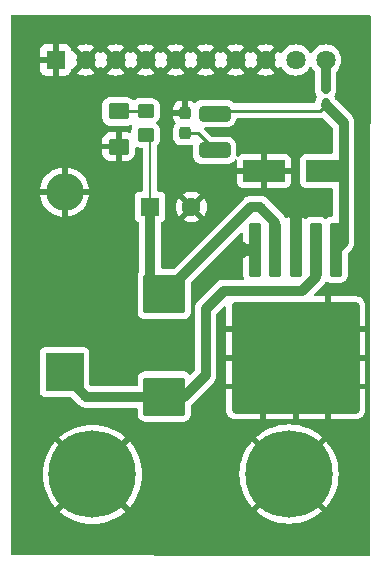
<source format=gbr>
%TF.GenerationSoftware,KiCad,Pcbnew,8.0.7*%
%TF.CreationDate,2025-03-17T18:49:10-07:00*%
%TF.ProjectId,Buck5,4275636b-352e-46b6-9963-61645f706362,rev?*%
%TF.SameCoordinates,Original*%
%TF.FileFunction,Copper,L1,Top*%
%TF.FilePolarity,Positive*%
%FSLAX46Y46*%
G04 Gerber Fmt 4.6, Leading zero omitted, Abs format (unit mm)*
G04 Created by KiCad (PCBNEW 8.0.7) date 2025-03-17 18:49:10*
%MOMM*%
%LPD*%
G01*
G04 APERTURE LIST*
G04 Aperture macros list*
%AMRoundRect*
0 Rectangle with rounded corners*
0 $1 Rounding radius*
0 $2 $3 $4 $5 $6 $7 $8 $9 X,Y pos of 4 corners*
0 Add a 4 corners polygon primitive as box body*
4,1,4,$2,$3,$4,$5,$6,$7,$8,$9,$2,$3,0*
0 Add four circle primitives for the rounded corners*
1,1,$1+$1,$2,$3*
1,1,$1+$1,$4,$5*
1,1,$1+$1,$6,$7*
1,1,$1+$1,$8,$9*
0 Add four rect primitives between the rounded corners*
20,1,$1+$1,$2,$3,$4,$5,0*
20,1,$1+$1,$4,$5,$6,$7,0*
20,1,$1+$1,$6,$7,$8,$9,0*
20,1,$1+$1,$8,$9,$2,$3,0*%
G04 Aperture macros list end*
%TA.AperFunction,ComponentPad*%
%ADD10R,1.600000X1.600000*%
%TD*%
%TA.AperFunction,ComponentPad*%
%ADD11C,1.600000*%
%TD*%
%TA.AperFunction,SMDPad,CuDef*%
%ADD12RoundRect,0.250000X-1.075000X0.400000X-1.075000X-0.400000X1.075000X-0.400000X1.075000X0.400000X0*%
%TD*%
%TA.AperFunction,SMDPad,CuDef*%
%ADD13RoundRect,0.237500X-0.237500X0.287500X-0.237500X-0.287500X0.237500X-0.287500X0.237500X0.287500X0*%
%TD*%
%TA.AperFunction,ComponentPad*%
%ADD14C,7.400000*%
%TD*%
%TA.AperFunction,SMDPad,CuDef*%
%ADD15RoundRect,0.200000X-1.550000X1.450000X-1.550000X-1.450000X1.550000X-1.450000X1.550000X1.450000X0*%
%TD*%
%TA.AperFunction,SMDPad,CuDef*%
%ADD16RoundRect,0.250001X0.624999X-0.462499X0.624999X0.462499X-0.624999X0.462499X-0.624999X-0.462499X0*%
%TD*%
%TA.AperFunction,SMDPad,CuDef*%
%ADD17RoundRect,0.250000X-0.300000X2.050000X-0.300000X-2.050000X0.300000X-2.050000X0.300000X2.050000X0*%
%TD*%
%TA.AperFunction,SMDPad,CuDef*%
%ADD18RoundRect,0.250000X-2.375000X2.025000X-2.375000X-2.025000X2.375000X-2.025000X2.375000X2.025000X0*%
%TD*%
%TA.AperFunction,SMDPad,CuDef*%
%ADD19RoundRect,0.250002X-5.149998X4.449998X-5.149998X-4.449998X5.149998X-4.449998X5.149998X4.449998X0*%
%TD*%
%TA.AperFunction,ComponentPad*%
%ADD20R,3.200000X3.200000*%
%TD*%
%TA.AperFunction,ComponentPad*%
%ADD21O,3.200000X3.200000*%
%TD*%
%TA.AperFunction,ComponentPad*%
%ADD22R,1.635000X1.635000*%
%TD*%
%TA.AperFunction,ComponentPad*%
%ADD23C,1.635000*%
%TD*%
%TA.AperFunction,SMDPad,CuDef*%
%ADD24RoundRect,0.160000X-0.160000X0.222500X-0.160000X-0.222500X0.160000X-0.222500X0.160000X0.222500X0*%
%TD*%
%TA.AperFunction,SMDPad,CuDef*%
%ADD25R,3.550000X1.850000*%
%TD*%
%TA.AperFunction,SMDPad,CuDef*%
%ADD26RoundRect,0.250000X0.450000X-0.350000X0.450000X0.350000X-0.450000X0.350000X-0.450000X-0.350000X0*%
%TD*%
%TA.AperFunction,ViaPad*%
%ADD27C,1.700000*%
%TD*%
%TA.AperFunction,Conductor*%
%ADD28C,0.850000*%
%TD*%
%TA.AperFunction,Conductor*%
%ADD29C,0.200000*%
%TD*%
%TA.AperFunction,Conductor*%
%ADD30C,0.250000*%
%TD*%
%TA.AperFunction,Conductor*%
%ADD31C,1.000000*%
%TD*%
G04 APERTURE END LIST*
D10*
%TO.P,C2,1*%
%TO.N,/+5V*%
X108329349Y-86106000D03*
D11*
%TO.P,C2,2*%
%TO.N,GND*%
X111829349Y-86106000D03*
%TD*%
D12*
%TO.P,R1,1*%
%TO.N,Net-(U1-VIN)*%
X113792000Y-78206000D03*
%TO.P,R1,2*%
%TO.N,Net-(D3-Pad2)*%
X113792000Y-81306000D03*
%TD*%
D13*
%TO.P,D3,1*%
%TO.N,GND*%
X111252000Y-78119000D03*
%TO.P,D3,2*%
%TO.N,Net-(D3-Pad2)*%
X111252000Y-79869000D03*
%TD*%
D14*
%TO.P,H1,1,1*%
%TO.N,GND*%
X103450000Y-108749900D03*
%TD*%
D15*
%TO.P,L1,1,1*%
%TO.N,Net-(D2-K)*%
X109542500Y-102174500D03*
%TO.P,L1,2,2*%
%TO.N,/+5V*%
X109542500Y-93474500D03*
%TD*%
D16*
%TO.P,D1,1*%
%TO.N,GND*%
X105664000Y-80989500D03*
%TO.P,D1,2*%
%TO.N,Net-(D1-Pad2)*%
X105664000Y-78014500D03*
%TD*%
D17*
%TO.P,U1,1,VIN*%
%TO.N,Net-(U1-VIN)*%
X124050000Y-89729000D03*
%TO.P,U1,2,OUT*%
%TO.N,Net-(D2-K)*%
X122350000Y-89729000D03*
%TO.P,U1,3,GND*%
%TO.N,GND*%
X120650000Y-89729000D03*
D18*
X123425000Y-96454000D03*
X117875000Y-96454000D03*
D19*
X120650000Y-98879000D03*
D18*
X123425000Y-101304000D03*
X117875000Y-101304000D03*
D17*
%TO.P,U1,4,FB*%
%TO.N,/+5V*%
X118950000Y-89729000D03*
%TO.P,U1,5,~{ON}/OFF*%
%TO.N,GND*%
X117250000Y-89729000D03*
%TD*%
D20*
%TO.P,D2,1,K*%
%TO.N,Net-(D2-K)*%
X101092000Y-100076000D03*
D21*
%TO.P,D2,2,A*%
%TO.N,GND*%
X101092000Y-84836000D03*
%TD*%
D14*
%TO.P,H2,1,1*%
%TO.N,GND*%
X120100000Y-108720000D03*
%TD*%
D22*
%TO.P,J1,1,Pin_1*%
%TO.N,GND*%
X100330000Y-73660000D03*
D23*
%TO.P,J1,2,Pin_2*%
X102870000Y-73660000D03*
%TO.P,J1,3,Pin_3*%
X105410000Y-73660000D03*
%TO.P,J1,4,Pin_4*%
X107950000Y-73660000D03*
%TO.P,J1,5,Pin_5*%
X110490000Y-73660000D03*
%TO.P,J1,6,Pin_6*%
X113030000Y-73660000D03*
%TO.P,J1,7,Pin_7*%
X115570000Y-73660000D03*
%TO.P,J1,8,Pin_8*%
X118110000Y-73660000D03*
%TO.P,J1,9,Pin_9*%
%TO.N,/+5V*%
X120650000Y-73660000D03*
%TO.P,J1,10,Pin_10*%
%TO.N,/+24V*%
X123190000Y-73660000D03*
%TD*%
D24*
%TO.P,F1,1*%
%TO.N,/+24V*%
X123190000Y-76135500D03*
%TO.P,F1,2*%
%TO.N,Net-(U1-VIN)*%
X123190000Y-77280500D03*
%TD*%
D25*
%TO.P,C1,1*%
%TO.N,Net-(U1-VIN)*%
X123300000Y-83058000D03*
%TO.P,C1,2*%
%TO.N,GND*%
X118000000Y-83058000D03*
%TD*%
D26*
%TO.P,R2,1*%
%TO.N,/+5V*%
X107950000Y-79978000D03*
%TO.P,R2,2*%
%TO.N,Net-(D1-Pad2)*%
X107950000Y-77978000D03*
%TD*%
D27*
%TO.N,GND*%
X120650000Y-86360000D03*
X115757000Y-89729000D03*
%TD*%
D28*
%TO.N,/+24V*%
X123190000Y-73660000D02*
X123190000Y-76135500D01*
D29*
%TO.N,/+5V*%
X108329349Y-80357349D02*
X107950000Y-79978000D01*
D28*
X108329349Y-92327349D02*
X108329349Y-86106000D01*
X117627000Y-86106000D02*
X116911000Y-86106000D01*
D29*
X108329349Y-86106000D02*
X108329349Y-80357349D01*
D28*
X109476500Y-93474500D02*
X108329349Y-92327349D01*
X118950000Y-87429000D02*
X117627000Y-86106000D01*
D30*
X118950000Y-89729000D02*
X118950000Y-87429000D01*
D28*
X116911000Y-86106000D02*
X109542500Y-93474500D01*
D30*
X109542500Y-93474500D02*
X109476500Y-93474500D01*
%TO.N,Net-(D3-Pad2)*%
X113792000Y-81306000D02*
X112355000Y-79869000D01*
X112355000Y-79869000D02*
X111252000Y-79869000D01*
D28*
%TO.N,Net-(D2-K)*%
X113030000Y-94742000D02*
X114554000Y-93218000D01*
X121161000Y-93218000D02*
X122350000Y-92029000D01*
X111185500Y-102174500D02*
X113030000Y-100330000D01*
X102936500Y-102174500D02*
X101092000Y-100330000D01*
D30*
X109476000Y-102108000D02*
X109542500Y-102174500D01*
D28*
X122350000Y-92029000D02*
X122350000Y-89729000D01*
X114554000Y-93218000D02*
X121161000Y-93218000D01*
X109542500Y-102174500D02*
X111185500Y-102174500D01*
X113030000Y-100330000D02*
X113030000Y-94742000D01*
X111185500Y-102174500D02*
X102936500Y-102174500D01*
X101092000Y-100330000D02*
X101092000Y-100076000D01*
D30*
%TO.N,Net-(D1-Pad2)*%
X105664000Y-78014500D02*
X107913500Y-78014500D01*
D31*
%TO.N,GND*%
X120650000Y-89729000D02*
X120650000Y-86360000D01*
X117250000Y-89729000D02*
X115757000Y-89729000D01*
D30*
%TO.N,Net-(U1-VIN)*%
X123190000Y-77280500D02*
X123190000Y-77470000D01*
X123190000Y-77470000D02*
X122708000Y-77952000D01*
D28*
X124714000Y-89065000D02*
X124050000Y-89729000D01*
X124714000Y-78994000D02*
X124714000Y-82296000D01*
X123190000Y-77470000D02*
X124714000Y-78994000D01*
X124714000Y-82296000D02*
X124714000Y-89065000D01*
D30*
X122708000Y-77952000D02*
X113792000Y-77952000D01*
%TD*%
%TA.AperFunction,Conductor*%
%TO.N,GND*%
G36*
X126942985Y-69869685D02*
G01*
X126988740Y-69922489D01*
X126999945Y-69974053D01*
X126991923Y-88350905D01*
X126980058Y-115526054D01*
X126960344Y-115593085D01*
X126907520Y-115638817D01*
X126856058Y-115650000D01*
X120884000Y-115650000D01*
X96643797Y-115610235D01*
X96576790Y-115590440D01*
X96531121Y-115537561D01*
X96520000Y-115486235D01*
X96520000Y-108749900D01*
X99244935Y-108749900D01*
X99265185Y-109162076D01*
X99325735Y-109570273D01*
X99426007Y-109970576D01*
X99565019Y-110359089D01*
X99565027Y-110359109D01*
X99741466Y-110732157D01*
X99953614Y-111086106D01*
X100199441Y-111417564D01*
X100308478Y-111537867D01*
X101977060Y-109869284D01*
X102056112Y-109972307D01*
X102227593Y-110143788D01*
X102330613Y-110222838D01*
X100662031Y-111891420D01*
X100782335Y-112000458D01*
X101113793Y-112246285D01*
X101467742Y-112458433D01*
X101840790Y-112634872D01*
X101840810Y-112634880D01*
X102229323Y-112773892D01*
X102629626Y-112874164D01*
X103037823Y-112934714D01*
X103450000Y-112954964D01*
X103862176Y-112934714D01*
X104270373Y-112874164D01*
X104670676Y-112773892D01*
X105059189Y-112634880D01*
X105059209Y-112634872D01*
X105432257Y-112458433D01*
X105786206Y-112246285D01*
X106117670Y-112000454D01*
X106237967Y-111891421D01*
X106237967Y-111891419D01*
X104569385Y-110222838D01*
X104672407Y-110143788D01*
X104843888Y-109972307D01*
X104922938Y-109869286D01*
X106591519Y-111537867D01*
X106591521Y-111537867D01*
X106700554Y-111417570D01*
X106946385Y-111086106D01*
X107158533Y-110732157D01*
X107334972Y-110359109D01*
X107334980Y-110359089D01*
X107473992Y-109970576D01*
X107574264Y-109570273D01*
X107634814Y-109162076D01*
X107655064Y-108749900D01*
X107653595Y-108720000D01*
X115894935Y-108720000D01*
X115915185Y-109132176D01*
X115975735Y-109540373D01*
X116076007Y-109940676D01*
X116215019Y-110329189D01*
X116215027Y-110329209D01*
X116391466Y-110702257D01*
X116603614Y-111056206D01*
X116849441Y-111387664D01*
X116958478Y-111507967D01*
X118627060Y-109839384D01*
X118706112Y-109942407D01*
X118877593Y-110113888D01*
X118980613Y-110192938D01*
X117312031Y-111861520D01*
X117432335Y-111970558D01*
X117763793Y-112216385D01*
X118117742Y-112428533D01*
X118490790Y-112604972D01*
X118490810Y-112604980D01*
X118879323Y-112743992D01*
X119279626Y-112844264D01*
X119687823Y-112904814D01*
X120100000Y-112925064D01*
X120512176Y-112904814D01*
X120920373Y-112844264D01*
X121320676Y-112743992D01*
X121709189Y-112604980D01*
X121709209Y-112604972D01*
X122082257Y-112428533D01*
X122436206Y-112216385D01*
X122767670Y-111970554D01*
X122887967Y-111861521D01*
X122887967Y-111861519D01*
X121219385Y-110192938D01*
X121322407Y-110113888D01*
X121493888Y-109942407D01*
X121572938Y-109839386D01*
X123241519Y-111507967D01*
X123241521Y-111507967D01*
X123350554Y-111387670D01*
X123596385Y-111056206D01*
X123808533Y-110702257D01*
X123984972Y-110329209D01*
X123984980Y-110329189D01*
X124123992Y-109940676D01*
X124224264Y-109540373D01*
X124284814Y-109132176D01*
X124305064Y-108720000D01*
X124284814Y-108307823D01*
X124224264Y-107899626D01*
X124123992Y-107499323D01*
X123984980Y-107110810D01*
X123984972Y-107110790D01*
X123808533Y-106737742D01*
X123596385Y-106383793D01*
X123350558Y-106052335D01*
X123241520Y-105932031D01*
X121572938Y-107600613D01*
X121493888Y-107497593D01*
X121322407Y-107326112D01*
X121219384Y-107247060D01*
X122887967Y-105578478D01*
X122767664Y-105469441D01*
X122436206Y-105223614D01*
X122082257Y-105011466D01*
X121709209Y-104835027D01*
X121709189Y-104835019D01*
X121320676Y-104696007D01*
X120920373Y-104595735D01*
X120512176Y-104535185D01*
X120100000Y-104514935D01*
X119687823Y-104535185D01*
X119279626Y-104595735D01*
X118879323Y-104696007D01*
X118490810Y-104835019D01*
X118490790Y-104835027D01*
X118117742Y-105011466D01*
X117763793Y-105223614D01*
X117432329Y-105469445D01*
X117312031Y-105578477D01*
X117312031Y-105578478D01*
X118980614Y-107247061D01*
X118877593Y-107326112D01*
X118706112Y-107497593D01*
X118627061Y-107600614D01*
X116958478Y-105932031D01*
X116958477Y-105932031D01*
X116849445Y-106052329D01*
X116603614Y-106383793D01*
X116391466Y-106737742D01*
X116215027Y-107110790D01*
X116215019Y-107110810D01*
X116076007Y-107499323D01*
X115975735Y-107899626D01*
X115915185Y-108307823D01*
X115894935Y-108720000D01*
X107653595Y-108720000D01*
X107634814Y-108337723D01*
X107574264Y-107929526D01*
X107473992Y-107529223D01*
X107334980Y-107140710D01*
X107334972Y-107140690D01*
X107158533Y-106767642D01*
X106946385Y-106413693D01*
X106700558Y-106082235D01*
X106591520Y-105961931D01*
X104922938Y-107630513D01*
X104843888Y-107527493D01*
X104672407Y-107356012D01*
X104569384Y-107276960D01*
X106237967Y-105608378D01*
X106117664Y-105499341D01*
X105786206Y-105253514D01*
X105432257Y-105041366D01*
X105059209Y-104864927D01*
X105059189Y-104864919D01*
X104670676Y-104725907D01*
X104270373Y-104625635D01*
X103862176Y-104565085D01*
X103450000Y-104544835D01*
X103037823Y-104565085D01*
X102629626Y-104625635D01*
X102229323Y-104725907D01*
X101840810Y-104864919D01*
X101840790Y-104864927D01*
X101467742Y-105041366D01*
X101113793Y-105253514D01*
X100782329Y-105499345D01*
X100662031Y-105608377D01*
X100662031Y-105608378D01*
X102330614Y-107276961D01*
X102227593Y-107356012D01*
X102056112Y-107527493D01*
X101977061Y-107630514D01*
X100308478Y-105961931D01*
X100308477Y-105961931D01*
X100199445Y-106082229D01*
X99953614Y-106413693D01*
X99741466Y-106767642D01*
X99565027Y-107140690D01*
X99565019Y-107140710D01*
X99426007Y-107529223D01*
X99325735Y-107929526D01*
X99265185Y-108337723D01*
X99244935Y-108749900D01*
X96520000Y-108749900D01*
X96520000Y-98428135D01*
X98991500Y-98428135D01*
X98991500Y-101723870D01*
X98991501Y-101723876D01*
X98997908Y-101783483D01*
X99048202Y-101918328D01*
X99048206Y-101918335D01*
X99134452Y-102033544D01*
X99134455Y-102033547D01*
X99249664Y-102119793D01*
X99249671Y-102119797D01*
X99384517Y-102170091D01*
X99384516Y-102170091D01*
X99391444Y-102170835D01*
X99444127Y-102176500D01*
X101578282Y-102176499D01*
X101645321Y-102196184D01*
X101665963Y-102212818D01*
X102217617Y-102764472D01*
X102292681Y-102839536D01*
X102346529Y-102893384D01*
X102346532Y-102893386D01*
X102498108Y-102994666D01*
X102498112Y-102994668D01*
X102547442Y-103015101D01*
X102547443Y-103015101D01*
X102666542Y-103064434D01*
X102845341Y-103099999D01*
X102845345Y-103100000D01*
X102845346Y-103100000D01*
X107168000Y-103100000D01*
X107235039Y-103119685D01*
X107280794Y-103172489D01*
X107292000Y-103224000D01*
X107292000Y-103681113D01*
X107298413Y-103751692D01*
X107349022Y-103914106D01*
X107437030Y-104059688D01*
X107557311Y-104179969D01*
X107557313Y-104179970D01*
X107557315Y-104179972D01*
X107702894Y-104267978D01*
X107865304Y-104318586D01*
X107935884Y-104325000D01*
X107935887Y-104325000D01*
X111149113Y-104325000D01*
X111149116Y-104325000D01*
X111219696Y-104318586D01*
X111382106Y-104267978D01*
X111527685Y-104179972D01*
X111647972Y-104059685D01*
X111735978Y-103914106D01*
X111786586Y-103751696D01*
X111793000Y-103681116D01*
X111793000Y-103378986D01*
X114750001Y-103378986D01*
X114760494Y-103481697D01*
X114815641Y-103648119D01*
X114815643Y-103648124D01*
X114907684Y-103797345D01*
X115031654Y-103921315D01*
X115180875Y-104013356D01*
X115180880Y-104013358D01*
X115347302Y-104068505D01*
X115347310Y-104068506D01*
X115431954Y-104077154D01*
X115439263Y-104078999D01*
X115443695Y-104078999D01*
X115456310Y-104079642D01*
X115463462Y-104080373D01*
X115471420Y-104078999D01*
X117624999Y-104078999D01*
X118125000Y-104078999D01*
X120400000Y-104078999D01*
X120900000Y-104078999D01*
X123174999Y-104078999D01*
X123675000Y-104078999D01*
X125849972Y-104078999D01*
X125849986Y-104078998D01*
X125952697Y-104068505D01*
X126119119Y-104013358D01*
X126119124Y-104013356D01*
X126268345Y-103921315D01*
X126392315Y-103797345D01*
X126484356Y-103648124D01*
X126484358Y-103648119D01*
X126539505Y-103481697D01*
X126539506Y-103481690D01*
X126549999Y-103378986D01*
X126550000Y-103378973D01*
X126550000Y-101554000D01*
X123675000Y-101554000D01*
X123675000Y-104078999D01*
X123174999Y-104078999D01*
X123175000Y-104078998D01*
X123175000Y-101554000D01*
X120900000Y-101554000D01*
X120900000Y-104078999D01*
X120400000Y-104078999D01*
X120400000Y-101554000D01*
X118125000Y-101554000D01*
X118125000Y-104078999D01*
X117624999Y-104078999D01*
X117625000Y-104078998D01*
X117625000Y-101554000D01*
X114750001Y-101554000D01*
X114750001Y-103378986D01*
X111793000Y-103378986D01*
X111793000Y-102927217D01*
X111812685Y-102860178D01*
X111829319Y-102839536D01*
X113614855Y-101054000D01*
X114750000Y-101054000D01*
X117625000Y-101054000D01*
X118125000Y-101054000D01*
X120400000Y-101054000D01*
X120900000Y-101054000D01*
X123175000Y-101054000D01*
X123675000Y-101054000D01*
X126549999Y-101054000D01*
X126549999Y-99129000D01*
X123675000Y-99129000D01*
X123675000Y-101054000D01*
X123175000Y-101054000D01*
X123175000Y-99129000D01*
X120900000Y-99129000D01*
X120900000Y-101054000D01*
X120400000Y-101054000D01*
X120400000Y-99129000D01*
X118125000Y-99129000D01*
X118125000Y-101054000D01*
X117625000Y-101054000D01*
X117625000Y-99129000D01*
X114750000Y-99129000D01*
X114750000Y-101054000D01*
X113614855Y-101054000D01*
X113748880Y-100919975D01*
X113748883Y-100919972D01*
X113850167Y-100768389D01*
X113870601Y-100719056D01*
X113919934Y-100599958D01*
X113955500Y-100421154D01*
X113955500Y-100238846D01*
X113955500Y-98629000D01*
X114750000Y-98629000D01*
X117625000Y-98629000D01*
X118125000Y-98629000D01*
X123175000Y-98629000D01*
X123675000Y-98629000D01*
X126549999Y-98629000D01*
X126549999Y-98535113D01*
X126550000Y-98535092D01*
X126550000Y-96704000D01*
X123675000Y-96704000D01*
X123675000Y-98629000D01*
X123175000Y-98629000D01*
X123175000Y-96704000D01*
X118125000Y-96704000D01*
X118125000Y-98629000D01*
X117625000Y-98629000D01*
X117625000Y-96704000D01*
X114750000Y-96704000D01*
X114750000Y-98629000D01*
X113955500Y-98629000D01*
X113955500Y-95176716D01*
X113975185Y-95109677D01*
X113991814Y-95089040D01*
X114538321Y-94542533D01*
X114599642Y-94509050D01*
X114669334Y-94514034D01*
X114725267Y-94555906D01*
X114749684Y-94621370D01*
X114750000Y-94630216D01*
X114750000Y-96204000D01*
X123175000Y-96204000D01*
X123675000Y-96204000D01*
X126549999Y-96204000D01*
X126549999Y-94379028D01*
X126549998Y-94379013D01*
X126539505Y-94276302D01*
X126484358Y-94109880D01*
X126484356Y-94109875D01*
X126392315Y-93960654D01*
X126268345Y-93836684D01*
X126119124Y-93744643D01*
X126119119Y-93744641D01*
X125952697Y-93689494D01*
X125952690Y-93689493D01*
X125849986Y-93679000D01*
X123675000Y-93679000D01*
X123675000Y-96204000D01*
X123175000Y-96204000D01*
X123175000Y-93679000D01*
X122308217Y-93679000D01*
X122241178Y-93659315D01*
X122195423Y-93606511D01*
X122185479Y-93537353D01*
X122214504Y-93473797D01*
X122220536Y-93467319D01*
X123068881Y-92618974D01*
X123068883Y-92618972D01*
X123128666Y-92529500D01*
X123170167Y-92467389D01*
X123170171Y-92467377D01*
X123173037Y-92462018D01*
X123175076Y-92463108D01*
X123212439Y-92416711D01*
X123278726Y-92394624D01*
X123346431Y-92411879D01*
X123348207Y-92412953D01*
X123430666Y-92463814D01*
X123597203Y-92518999D01*
X123699991Y-92529500D01*
X124400008Y-92529499D01*
X124400016Y-92529498D01*
X124400019Y-92529498D01*
X124456302Y-92523748D01*
X124502797Y-92518999D01*
X124669334Y-92463814D01*
X124818656Y-92371712D01*
X124942712Y-92247656D01*
X125034814Y-92098334D01*
X125089999Y-91931797D01*
X125100500Y-91829009D01*
X125100499Y-90038716D01*
X125120184Y-89971678D01*
X125136813Y-89951040D01*
X125432883Y-89654972D01*
X125444326Y-89637846D01*
X125534167Y-89503389D01*
X125554601Y-89454056D01*
X125603934Y-89334958D01*
X125639500Y-89156154D01*
X125639500Y-88973846D01*
X125639500Y-82204846D01*
X125639500Y-78902846D01*
X125639500Y-78902843D01*
X125603934Y-78724047D01*
X125603933Y-78724046D01*
X125603933Y-78724042D01*
X125572160Y-78647334D01*
X125534168Y-78555612D01*
X125534166Y-78555608D01*
X125432886Y-78404032D01*
X125432884Y-78404029D01*
X125386649Y-78357794D01*
X125303972Y-78275117D01*
X124039950Y-77011095D01*
X124006465Y-76949772D01*
X124005398Y-76942825D01*
X124004451Y-76938062D01*
X123956734Y-76784935D01*
X123956733Y-76784931D01*
X123955927Y-76783598D01*
X123955634Y-76782491D01*
X123953655Y-76778092D01*
X123954386Y-76777762D01*
X123938089Y-76716048D01*
X123958939Y-76650556D01*
X124010167Y-76573889D01*
X124079933Y-76405458D01*
X124115500Y-76226654D01*
X124115500Y-74649797D01*
X124135185Y-74582758D01*
X124151820Y-74562115D01*
X124203503Y-74510432D01*
X124281347Y-74399260D01*
X124335782Y-74321518D01*
X124433246Y-74112505D01*
X124492935Y-73889743D01*
X124513035Y-73660000D01*
X124492935Y-73430257D01*
X124433246Y-73207495D01*
X124335782Y-72998483D01*
X124203504Y-72809569D01*
X124203502Y-72809566D01*
X124040432Y-72646496D01*
X123851522Y-72514220D01*
X123851518Y-72514218D01*
X123851516Y-72514217D01*
X123642505Y-72416754D01*
X123642501Y-72416753D01*
X123642497Y-72416751D01*
X123419748Y-72357066D01*
X123419744Y-72357065D01*
X123419743Y-72357065D01*
X123419742Y-72357064D01*
X123419737Y-72357064D01*
X123190002Y-72336965D01*
X123189998Y-72336965D01*
X122960262Y-72357064D01*
X122960251Y-72357066D01*
X122737502Y-72416751D01*
X122737495Y-72416753D01*
X122737495Y-72416754D01*
X122736485Y-72417225D01*
X122528484Y-72514217D01*
X122528482Y-72514218D01*
X122339566Y-72646497D01*
X122176497Y-72809566D01*
X122044218Y-72998482D01*
X122044214Y-72998489D01*
X122032381Y-73023866D01*
X121986208Y-73076305D01*
X121919015Y-73095456D01*
X121852134Y-73075239D01*
X121807619Y-73023866D01*
X121795785Y-72998489D01*
X121795781Y-72998482D01*
X121795780Y-72998481D01*
X121663504Y-72809569D01*
X121663502Y-72809566D01*
X121500432Y-72646496D01*
X121311522Y-72514220D01*
X121311518Y-72514218D01*
X121311516Y-72514217D01*
X121102505Y-72416754D01*
X121102501Y-72416753D01*
X121102497Y-72416751D01*
X120879748Y-72357066D01*
X120879744Y-72357065D01*
X120879743Y-72357065D01*
X120879742Y-72357064D01*
X120879737Y-72357064D01*
X120650002Y-72336965D01*
X120649998Y-72336965D01*
X120420262Y-72357064D01*
X120420251Y-72357066D01*
X120197502Y-72416751D01*
X120197495Y-72416753D01*
X120197495Y-72416754D01*
X120196485Y-72417225D01*
X119988484Y-72514217D01*
X119988482Y-72514218D01*
X119799566Y-72646497D01*
X119636497Y-72809566D01*
X119504219Y-72998481D01*
X119492106Y-73024458D01*
X119445933Y-73076897D01*
X119378739Y-73096048D01*
X119311858Y-73075832D01*
X119267342Y-73024457D01*
X119255350Y-72998740D01*
X119201589Y-72921961D01*
X118629704Y-73493847D01*
X118617859Y-73449638D01*
X118546109Y-73325362D01*
X118444638Y-73223891D01*
X118320362Y-73152141D01*
X118276151Y-73140294D01*
X118848037Y-72568408D01*
X118771264Y-72514651D01*
X118562334Y-72417226D01*
X118562325Y-72417222D01*
X118339660Y-72357560D01*
X118339649Y-72357558D01*
X118110002Y-72337467D01*
X118109998Y-72337467D01*
X117880350Y-72357558D01*
X117880339Y-72357560D01*
X117657674Y-72417222D01*
X117657665Y-72417225D01*
X117448731Y-72514654D01*
X117371961Y-72568407D01*
X117943848Y-73140294D01*
X117899638Y-73152141D01*
X117775362Y-73223891D01*
X117673891Y-73325362D01*
X117602141Y-73449638D01*
X117590294Y-73493848D01*
X117018407Y-72921961D01*
X116964655Y-72998729D01*
X116952382Y-73025050D01*
X116906209Y-73077489D01*
X116839015Y-73096640D01*
X116772134Y-73076424D01*
X116727618Y-73025048D01*
X116715351Y-72998742D01*
X116661589Y-72921961D01*
X116089704Y-73493847D01*
X116077859Y-73449638D01*
X116006109Y-73325362D01*
X115904638Y-73223891D01*
X115780362Y-73152141D01*
X115736151Y-73140294D01*
X116308037Y-72568408D01*
X116231264Y-72514651D01*
X116022334Y-72417226D01*
X116022325Y-72417222D01*
X115799660Y-72357560D01*
X115799649Y-72357558D01*
X115570002Y-72337467D01*
X115569998Y-72337467D01*
X115340350Y-72357558D01*
X115340339Y-72357560D01*
X115117674Y-72417222D01*
X115117665Y-72417225D01*
X114908731Y-72514654D01*
X114831961Y-72568407D01*
X115403848Y-73140294D01*
X115359638Y-73152141D01*
X115235362Y-73223891D01*
X115133891Y-73325362D01*
X115062141Y-73449638D01*
X115050294Y-73493848D01*
X114478407Y-72921961D01*
X114424655Y-72998729D01*
X114412382Y-73025050D01*
X114366209Y-73077489D01*
X114299015Y-73096640D01*
X114232134Y-73076424D01*
X114187618Y-73025048D01*
X114175351Y-72998742D01*
X114121589Y-72921961D01*
X113549704Y-73493847D01*
X113537859Y-73449638D01*
X113466109Y-73325362D01*
X113364638Y-73223891D01*
X113240362Y-73152141D01*
X113196151Y-73140294D01*
X113768037Y-72568408D01*
X113691264Y-72514651D01*
X113482334Y-72417226D01*
X113482325Y-72417222D01*
X113259660Y-72357560D01*
X113259649Y-72357558D01*
X113030002Y-72337467D01*
X113029998Y-72337467D01*
X112800350Y-72357558D01*
X112800339Y-72357560D01*
X112577674Y-72417222D01*
X112577665Y-72417225D01*
X112368731Y-72514654D01*
X112291961Y-72568407D01*
X112863848Y-73140294D01*
X112819638Y-73152141D01*
X112695362Y-73223891D01*
X112593891Y-73325362D01*
X112522141Y-73449638D01*
X112510294Y-73493848D01*
X111938407Y-72921961D01*
X111884655Y-72998729D01*
X111872382Y-73025050D01*
X111826209Y-73077489D01*
X111759015Y-73096640D01*
X111692134Y-73076424D01*
X111647618Y-73025048D01*
X111635351Y-72998742D01*
X111581589Y-72921961D01*
X111009704Y-73493847D01*
X110997859Y-73449638D01*
X110926109Y-73325362D01*
X110824638Y-73223891D01*
X110700362Y-73152141D01*
X110656151Y-73140294D01*
X111228037Y-72568408D01*
X111151264Y-72514651D01*
X110942334Y-72417226D01*
X110942325Y-72417222D01*
X110719660Y-72357560D01*
X110719649Y-72357558D01*
X110490002Y-72337467D01*
X110489998Y-72337467D01*
X110260350Y-72357558D01*
X110260339Y-72357560D01*
X110037674Y-72417222D01*
X110037665Y-72417225D01*
X109828731Y-72514654D01*
X109751961Y-72568407D01*
X110323848Y-73140294D01*
X110279638Y-73152141D01*
X110155362Y-73223891D01*
X110053891Y-73325362D01*
X109982141Y-73449638D01*
X109970294Y-73493848D01*
X109398407Y-72921961D01*
X109344655Y-72998729D01*
X109332382Y-73025050D01*
X109286209Y-73077489D01*
X109219015Y-73096640D01*
X109152134Y-73076424D01*
X109107618Y-73025048D01*
X109095351Y-72998742D01*
X109041589Y-72921961D01*
X108469704Y-73493847D01*
X108457859Y-73449638D01*
X108386109Y-73325362D01*
X108284638Y-73223891D01*
X108160362Y-73152141D01*
X108116151Y-73140294D01*
X108688037Y-72568408D01*
X108611264Y-72514651D01*
X108402334Y-72417226D01*
X108402325Y-72417222D01*
X108179660Y-72357560D01*
X108179649Y-72357558D01*
X107950002Y-72337467D01*
X107949998Y-72337467D01*
X107720350Y-72357558D01*
X107720339Y-72357560D01*
X107497674Y-72417222D01*
X107497665Y-72417225D01*
X107288731Y-72514654D01*
X107211961Y-72568407D01*
X107783848Y-73140294D01*
X107739638Y-73152141D01*
X107615362Y-73223891D01*
X107513891Y-73325362D01*
X107442141Y-73449638D01*
X107430294Y-73493848D01*
X106858407Y-72921961D01*
X106804655Y-72998729D01*
X106792382Y-73025050D01*
X106746209Y-73077489D01*
X106679015Y-73096640D01*
X106612134Y-73076424D01*
X106567618Y-73025048D01*
X106555351Y-72998742D01*
X106501589Y-72921961D01*
X105929704Y-73493847D01*
X105917859Y-73449638D01*
X105846109Y-73325362D01*
X105744638Y-73223891D01*
X105620362Y-73152141D01*
X105576151Y-73140294D01*
X106148037Y-72568408D01*
X106071264Y-72514651D01*
X105862334Y-72417226D01*
X105862325Y-72417222D01*
X105639660Y-72357560D01*
X105639649Y-72357558D01*
X105410002Y-72337467D01*
X105409998Y-72337467D01*
X105180350Y-72357558D01*
X105180339Y-72357560D01*
X104957674Y-72417222D01*
X104957665Y-72417225D01*
X104748731Y-72514654D01*
X104671961Y-72568407D01*
X105243848Y-73140294D01*
X105199638Y-73152141D01*
X105075362Y-73223891D01*
X104973891Y-73325362D01*
X104902141Y-73449638D01*
X104890294Y-73493848D01*
X104318407Y-72921961D01*
X104264655Y-72998729D01*
X104252382Y-73025050D01*
X104206209Y-73077489D01*
X104139015Y-73096640D01*
X104072134Y-73076424D01*
X104027618Y-73025048D01*
X104015351Y-72998742D01*
X103961589Y-72921961D01*
X103389704Y-73493847D01*
X103377859Y-73449638D01*
X103306109Y-73325362D01*
X103204638Y-73223891D01*
X103080362Y-73152141D01*
X103036151Y-73140294D01*
X103608037Y-72568408D01*
X103531264Y-72514651D01*
X103322334Y-72417226D01*
X103322325Y-72417222D01*
X103099660Y-72357560D01*
X103099649Y-72357558D01*
X102870002Y-72337467D01*
X102869998Y-72337467D01*
X102640350Y-72357558D01*
X102640339Y-72357560D01*
X102417674Y-72417222D01*
X102417665Y-72417225D01*
X102208731Y-72514654D01*
X102131961Y-72568407D01*
X102703848Y-73140294D01*
X102659638Y-73152141D01*
X102535362Y-73223891D01*
X102433891Y-73325362D01*
X102362141Y-73449638D01*
X102350294Y-73493848D01*
X101776999Y-72920553D01*
X101713807Y-72907853D01*
X101663624Y-72859237D01*
X101647500Y-72798092D01*
X101647500Y-72794672D01*
X101647499Y-72794655D01*
X101641098Y-72735127D01*
X101641096Y-72735120D01*
X101590854Y-72600413D01*
X101590850Y-72600406D01*
X101504690Y-72485312D01*
X101504687Y-72485309D01*
X101389593Y-72399149D01*
X101389586Y-72399145D01*
X101254879Y-72348903D01*
X101254872Y-72348901D01*
X101195344Y-72342500D01*
X100580000Y-72342500D01*
X100580000Y-73175025D01*
X100540362Y-73152141D01*
X100401751Y-73115000D01*
X100258249Y-73115000D01*
X100119638Y-73152141D01*
X100080000Y-73175025D01*
X100080000Y-72342500D01*
X99464655Y-72342500D01*
X99405127Y-72348901D01*
X99405120Y-72348903D01*
X99270413Y-72399145D01*
X99270406Y-72399149D01*
X99155312Y-72485309D01*
X99155309Y-72485312D01*
X99069149Y-72600406D01*
X99069145Y-72600413D01*
X99018903Y-72735120D01*
X99018901Y-72735127D01*
X99012500Y-72794655D01*
X99012500Y-73410000D01*
X99845026Y-73410000D01*
X99822141Y-73449638D01*
X99785000Y-73588249D01*
X99785000Y-73731751D01*
X99822141Y-73870362D01*
X99845026Y-73910000D01*
X99012500Y-73910000D01*
X99012500Y-74525344D01*
X99018901Y-74584872D01*
X99018903Y-74584879D01*
X99069145Y-74719586D01*
X99069149Y-74719593D01*
X99155309Y-74834687D01*
X99155312Y-74834690D01*
X99270406Y-74920850D01*
X99270413Y-74920854D01*
X99405120Y-74971096D01*
X99405127Y-74971098D01*
X99464655Y-74977499D01*
X99464672Y-74977500D01*
X100080000Y-74977500D01*
X100080000Y-74144974D01*
X100119638Y-74167859D01*
X100258249Y-74205000D01*
X100401751Y-74205000D01*
X100540362Y-74167859D01*
X100580000Y-74144974D01*
X100580000Y-74977500D01*
X101195328Y-74977500D01*
X101195344Y-74977499D01*
X101254872Y-74971098D01*
X101254879Y-74971096D01*
X101389586Y-74920854D01*
X101389593Y-74920850D01*
X101504687Y-74834690D01*
X101504690Y-74834687D01*
X101590850Y-74719593D01*
X101590854Y-74719586D01*
X101641096Y-74584879D01*
X101641098Y-74584872D01*
X101647499Y-74525344D01*
X101647500Y-74525327D01*
X101647500Y-74521906D01*
X101667185Y-74454867D01*
X101719989Y-74409112D01*
X101777185Y-74399260D01*
X102350294Y-73826151D01*
X102362141Y-73870362D01*
X102433891Y-73994638D01*
X102535362Y-74096109D01*
X102659638Y-74167859D01*
X102703848Y-74179705D01*
X102131961Y-74751590D01*
X102208735Y-74805348D01*
X102417665Y-74902773D01*
X102417674Y-74902777D01*
X102640339Y-74962439D01*
X102640350Y-74962441D01*
X102869998Y-74982533D01*
X102870002Y-74982533D01*
X103099649Y-74962441D01*
X103099660Y-74962439D01*
X103322325Y-74902777D01*
X103322334Y-74902773D01*
X103531266Y-74805347D01*
X103531270Y-74805345D01*
X103608037Y-74751591D01*
X103036151Y-74179705D01*
X103080362Y-74167859D01*
X103204638Y-74096109D01*
X103306109Y-73994638D01*
X103377859Y-73870362D01*
X103389705Y-73826151D01*
X103961591Y-74398037D01*
X104015345Y-74321270D01*
X104015349Y-74321262D01*
X104027618Y-74294953D01*
X104073790Y-74242513D01*
X104140984Y-74223361D01*
X104207865Y-74243577D01*
X104252382Y-74294953D01*
X104264650Y-74321262D01*
X104318408Y-74398037D01*
X104890294Y-73826151D01*
X104902141Y-73870362D01*
X104973891Y-73994638D01*
X105075362Y-74096109D01*
X105199638Y-74167859D01*
X105243848Y-74179705D01*
X104671961Y-74751590D01*
X104748735Y-74805348D01*
X104957665Y-74902773D01*
X104957674Y-74902777D01*
X105180339Y-74962439D01*
X105180350Y-74962441D01*
X105409998Y-74982533D01*
X105410002Y-74982533D01*
X105639649Y-74962441D01*
X105639660Y-74962439D01*
X105862325Y-74902777D01*
X105862334Y-74902773D01*
X106071266Y-74805347D01*
X106071270Y-74805345D01*
X106148037Y-74751591D01*
X105576151Y-74179705D01*
X105620362Y-74167859D01*
X105744638Y-74096109D01*
X105846109Y-73994638D01*
X105917859Y-73870362D01*
X105929705Y-73826151D01*
X106501591Y-74398037D01*
X106555345Y-74321270D01*
X106555349Y-74321262D01*
X106567618Y-74294953D01*
X106613790Y-74242513D01*
X106680984Y-74223361D01*
X106747865Y-74243577D01*
X106792382Y-74294953D01*
X106804650Y-74321262D01*
X106858408Y-74398037D01*
X107430294Y-73826151D01*
X107442141Y-73870362D01*
X107513891Y-73994638D01*
X107615362Y-74096109D01*
X107739638Y-74167859D01*
X107783848Y-74179705D01*
X107211961Y-74751590D01*
X107288735Y-74805348D01*
X107497665Y-74902773D01*
X107497674Y-74902777D01*
X107720339Y-74962439D01*
X107720350Y-74962441D01*
X107949998Y-74982533D01*
X107950002Y-74982533D01*
X108179649Y-74962441D01*
X108179660Y-74962439D01*
X108402325Y-74902777D01*
X108402334Y-74902773D01*
X108611266Y-74805347D01*
X108611270Y-74805345D01*
X108688037Y-74751591D01*
X108116151Y-74179705D01*
X108160362Y-74167859D01*
X108284638Y-74096109D01*
X108386109Y-73994638D01*
X108457859Y-73870362D01*
X108469705Y-73826151D01*
X109041591Y-74398037D01*
X109095345Y-74321270D01*
X109095349Y-74321262D01*
X109107618Y-74294953D01*
X109153790Y-74242513D01*
X109220984Y-74223361D01*
X109287865Y-74243577D01*
X109332382Y-74294953D01*
X109344650Y-74321262D01*
X109398408Y-74398037D01*
X109970294Y-73826151D01*
X109982141Y-73870362D01*
X110053891Y-73994638D01*
X110155362Y-74096109D01*
X110279638Y-74167859D01*
X110323848Y-74179705D01*
X109751961Y-74751590D01*
X109828735Y-74805348D01*
X110037665Y-74902773D01*
X110037674Y-74902777D01*
X110260339Y-74962439D01*
X110260350Y-74962441D01*
X110489998Y-74982533D01*
X110490002Y-74982533D01*
X110719649Y-74962441D01*
X110719660Y-74962439D01*
X110942325Y-74902777D01*
X110942334Y-74902773D01*
X111151266Y-74805347D01*
X111151270Y-74805345D01*
X111228037Y-74751591D01*
X110656151Y-74179705D01*
X110700362Y-74167859D01*
X110824638Y-74096109D01*
X110926109Y-73994638D01*
X110997859Y-73870362D01*
X111009705Y-73826151D01*
X111581591Y-74398037D01*
X111635345Y-74321270D01*
X111635349Y-74321262D01*
X111647618Y-74294953D01*
X111693790Y-74242513D01*
X111760984Y-74223361D01*
X111827865Y-74243577D01*
X111872382Y-74294953D01*
X111884650Y-74321262D01*
X111938408Y-74398037D01*
X112510294Y-73826151D01*
X112522141Y-73870362D01*
X112593891Y-73994638D01*
X112695362Y-74096109D01*
X112819638Y-74167859D01*
X112863848Y-74179705D01*
X112291961Y-74751590D01*
X112368735Y-74805348D01*
X112577665Y-74902773D01*
X112577674Y-74902777D01*
X112800339Y-74962439D01*
X112800350Y-74962441D01*
X113029998Y-74982533D01*
X113030002Y-74982533D01*
X113259649Y-74962441D01*
X113259660Y-74962439D01*
X113482325Y-74902777D01*
X113482334Y-74902773D01*
X113691266Y-74805347D01*
X113691270Y-74805345D01*
X113768037Y-74751591D01*
X113196151Y-74179705D01*
X113240362Y-74167859D01*
X113364638Y-74096109D01*
X113466109Y-73994638D01*
X113537859Y-73870362D01*
X113549705Y-73826151D01*
X114121591Y-74398037D01*
X114175345Y-74321270D01*
X114175349Y-74321262D01*
X114187618Y-74294953D01*
X114233790Y-74242513D01*
X114300984Y-74223361D01*
X114367865Y-74243577D01*
X114412382Y-74294953D01*
X114424650Y-74321262D01*
X114478408Y-74398037D01*
X115050294Y-73826151D01*
X115062141Y-73870362D01*
X115133891Y-73994638D01*
X115235362Y-74096109D01*
X115359638Y-74167859D01*
X115403848Y-74179705D01*
X114831961Y-74751590D01*
X114908735Y-74805348D01*
X115117665Y-74902773D01*
X115117674Y-74902777D01*
X115340339Y-74962439D01*
X115340350Y-74962441D01*
X115569998Y-74982533D01*
X115570002Y-74982533D01*
X115799649Y-74962441D01*
X115799660Y-74962439D01*
X116022325Y-74902777D01*
X116022334Y-74902773D01*
X116231266Y-74805347D01*
X116231270Y-74805345D01*
X116308037Y-74751591D01*
X115736151Y-74179705D01*
X115780362Y-74167859D01*
X115904638Y-74096109D01*
X116006109Y-73994638D01*
X116077859Y-73870362D01*
X116089705Y-73826151D01*
X116661591Y-74398037D01*
X116715345Y-74321270D01*
X116715349Y-74321262D01*
X116727618Y-74294953D01*
X116773790Y-74242513D01*
X116840984Y-74223361D01*
X116907865Y-74243577D01*
X116952382Y-74294953D01*
X116964650Y-74321262D01*
X117018408Y-74398037D01*
X117590294Y-73826151D01*
X117602141Y-73870362D01*
X117673891Y-73994638D01*
X117775362Y-74096109D01*
X117899638Y-74167859D01*
X117943848Y-74179705D01*
X117371961Y-74751590D01*
X117448735Y-74805348D01*
X117657665Y-74902773D01*
X117657674Y-74902777D01*
X117880339Y-74962439D01*
X117880350Y-74962441D01*
X118109998Y-74982533D01*
X118110002Y-74982533D01*
X118339649Y-74962441D01*
X118339660Y-74962439D01*
X118562325Y-74902777D01*
X118562334Y-74902773D01*
X118771266Y-74805347D01*
X118771270Y-74805345D01*
X118848037Y-74751591D01*
X118276151Y-74179705D01*
X118320362Y-74167859D01*
X118444638Y-74096109D01*
X118546109Y-73994638D01*
X118617859Y-73870362D01*
X118629705Y-73826151D01*
X119201591Y-74398037D01*
X119255345Y-74321270D01*
X119255346Y-74321267D01*
X119267341Y-74295545D01*
X119313513Y-74243105D01*
X119380706Y-74223952D01*
X119447588Y-74244167D01*
X119492105Y-74295542D01*
X119504099Y-74321262D01*
X119504218Y-74321518D01*
X119504220Y-74321522D01*
X119636496Y-74510432D01*
X119799567Y-74673503D01*
X119988477Y-74805779D01*
X119988479Y-74805780D01*
X119988482Y-74805782D01*
X120197495Y-74903246D01*
X120420257Y-74962935D01*
X120584359Y-74977292D01*
X120649998Y-74983035D01*
X120650000Y-74983035D01*
X120650002Y-74983035D01*
X120713276Y-74977499D01*
X120879743Y-74962935D01*
X121102505Y-74903246D01*
X121311518Y-74805782D01*
X121500431Y-74673504D01*
X121663504Y-74510431D01*
X121795782Y-74321518D01*
X121807618Y-74296134D01*
X121853789Y-74243696D01*
X121920982Y-74224543D01*
X121987864Y-74244758D01*
X122032381Y-74296134D01*
X122044218Y-74321518D01*
X122044219Y-74321519D01*
X122044220Y-74321522D01*
X122176496Y-74510432D01*
X122228180Y-74562115D01*
X122261666Y-74623438D01*
X122264500Y-74649797D01*
X122264500Y-76226654D01*
X122264500Y-76226656D01*
X122264499Y-76226656D01*
X122300065Y-76405452D01*
X122300067Y-76405458D01*
X122369831Y-76573885D01*
X122369836Y-76573894D01*
X122421059Y-76650554D01*
X122441937Y-76717232D01*
X122425643Y-76777776D01*
X122426345Y-76778092D01*
X122424387Y-76782441D01*
X122424080Y-76783584D01*
X122423270Y-76784924D01*
X122423265Y-76784933D01*
X122375548Y-76938065D01*
X122369500Y-77004621D01*
X122369500Y-77007749D01*
X122360061Y-77055201D01*
X122300068Y-77200037D01*
X122300067Y-77200041D01*
X122300067Y-77200042D01*
X122294765Y-77226692D01*
X122262382Y-77288601D01*
X122201667Y-77323176D01*
X122173149Y-77326500D01*
X115500230Y-77326500D01*
X115433191Y-77306815D01*
X115412549Y-77290181D01*
X115335657Y-77213289D01*
X115335656Y-77213288D01*
X115186334Y-77121186D01*
X115019797Y-77066001D01*
X115019795Y-77066000D01*
X114917010Y-77055500D01*
X112666998Y-77055500D01*
X112666981Y-77055501D01*
X112564203Y-77066000D01*
X112564200Y-77066001D01*
X112397668Y-77121185D01*
X112397663Y-77121187D01*
X112248345Y-77213287D01*
X112168988Y-77292644D01*
X112107664Y-77326128D01*
X112037973Y-77321144D01*
X111993626Y-77292643D01*
X111950038Y-77249055D01*
X111950034Y-77249052D01*
X111803311Y-77158551D01*
X111803300Y-77158546D01*
X111639652Y-77104319D01*
X111538654Y-77094000D01*
X111502000Y-77094000D01*
X111502000Y-77995000D01*
X111482315Y-78062039D01*
X111429511Y-78107794D01*
X111378000Y-78119000D01*
X111252000Y-78119000D01*
X111252000Y-78245000D01*
X111232315Y-78312039D01*
X111179511Y-78357794D01*
X111128000Y-78369000D01*
X110277001Y-78369000D01*
X110277001Y-78455654D01*
X110287319Y-78556652D01*
X110341546Y-78720300D01*
X110341551Y-78720311D01*
X110432052Y-78867034D01*
X110432055Y-78867038D01*
X110470982Y-78905965D01*
X110504467Y-78967288D01*
X110499483Y-79036980D01*
X110470983Y-79081326D01*
X110431661Y-79120648D01*
X110341093Y-79267481D01*
X110341091Y-79267486D01*
X110327445Y-79308668D01*
X110286826Y-79431247D01*
X110286826Y-79431248D01*
X110286825Y-79431248D01*
X110276500Y-79532315D01*
X110276500Y-80205669D01*
X110276501Y-80205687D01*
X110286825Y-80306752D01*
X110310438Y-80378009D01*
X110341092Y-80470516D01*
X110431660Y-80617350D01*
X110553650Y-80739340D01*
X110700484Y-80829908D01*
X110864247Y-80884174D01*
X110965323Y-80894500D01*
X111538676Y-80894499D01*
X111538684Y-80894498D01*
X111538687Y-80894498D01*
X111594030Y-80888844D01*
X111639753Y-80884174D01*
X111803498Y-80829913D01*
X111873324Y-80827512D01*
X111933366Y-80863243D01*
X111964559Y-80925764D01*
X111966500Y-80947620D01*
X111966500Y-81756001D01*
X111966501Y-81756019D01*
X111977000Y-81858791D01*
X111977001Y-81858799D01*
X112032185Y-82025331D01*
X112032187Y-82025336D01*
X112052796Y-82058749D01*
X112124288Y-82174656D01*
X112248344Y-82298712D01*
X112397666Y-82390814D01*
X112564203Y-82445999D01*
X112666991Y-82456500D01*
X114917008Y-82456499D01*
X115019797Y-82445999D01*
X115186334Y-82390814D01*
X115335656Y-82298712D01*
X115459712Y-82174656D01*
X115495461Y-82116696D01*
X115547409Y-82069972D01*
X115616371Y-82058749D01*
X115680453Y-82086592D01*
X115719310Y-82144661D01*
X115725000Y-82181793D01*
X115725000Y-82808000D01*
X117750000Y-82808000D01*
X118250000Y-82808000D01*
X120275000Y-82808000D01*
X120275000Y-82085172D01*
X120274999Y-82085155D01*
X120268598Y-82025627D01*
X120268596Y-82025620D01*
X120218354Y-81890913D01*
X120218350Y-81890906D01*
X120132190Y-81775812D01*
X120132187Y-81775809D01*
X120017093Y-81689649D01*
X120017086Y-81689645D01*
X119882379Y-81639403D01*
X119882372Y-81639401D01*
X119822844Y-81633000D01*
X118250000Y-81633000D01*
X118250000Y-82808000D01*
X117750000Y-82808000D01*
X117750000Y-81633000D01*
X116177155Y-81633000D01*
X116117627Y-81639401D01*
X116117620Y-81639403D01*
X115982913Y-81689645D01*
X115982906Y-81689649D01*
X115867813Y-81775809D01*
X115840764Y-81811940D01*
X115784829Y-81853809D01*
X115715137Y-81858791D01*
X115653815Y-81825304D01*
X115620332Y-81763980D01*
X115617499Y-81737635D01*
X115617499Y-80855992D01*
X115614834Y-80829908D01*
X115606999Y-80753203D01*
X115606998Y-80753200D01*
X115571916Y-80647331D01*
X115551814Y-80586666D01*
X115459712Y-80437344D01*
X115335656Y-80313288D01*
X115186334Y-80221186D01*
X115019797Y-80166001D01*
X115019795Y-80166000D01*
X114917016Y-80155500D01*
X114917009Y-80155500D01*
X113577452Y-80155500D01*
X113510413Y-80135815D01*
X113489771Y-80119181D01*
X112938770Y-79568180D01*
X112905285Y-79506857D01*
X112910269Y-79437165D01*
X112952141Y-79381232D01*
X113017605Y-79356815D01*
X113026451Y-79356499D01*
X114917002Y-79356499D01*
X114917008Y-79356499D01*
X115019797Y-79345999D01*
X115186334Y-79290814D01*
X115335656Y-79198712D01*
X115459712Y-79074656D01*
X115551814Y-78925334D01*
X115606999Y-78758797D01*
X115614140Y-78688897D01*
X115640536Y-78624206D01*
X115697717Y-78584054D01*
X115737498Y-78577500D01*
X122769607Y-78577500D01*
X122830029Y-78565481D01*
X122887299Y-78554090D01*
X122956891Y-78560317D01*
X122999171Y-78588026D01*
X123752181Y-79341036D01*
X123785666Y-79402359D01*
X123788500Y-79428717D01*
X123788500Y-81508500D01*
X123768815Y-81575539D01*
X123716011Y-81621294D01*
X123664500Y-81632500D01*
X121477129Y-81632500D01*
X121477123Y-81632501D01*
X121417516Y-81638908D01*
X121282671Y-81689202D01*
X121282664Y-81689206D01*
X121167455Y-81775452D01*
X121167452Y-81775455D01*
X121081206Y-81890664D01*
X121081202Y-81890671D01*
X121030908Y-82025517D01*
X121024501Y-82085116D01*
X121024500Y-82085135D01*
X121024500Y-84030870D01*
X121024501Y-84030876D01*
X121030908Y-84090483D01*
X121081202Y-84225328D01*
X121081206Y-84225335D01*
X121167452Y-84340544D01*
X121167455Y-84340547D01*
X121282664Y-84426793D01*
X121282671Y-84426797D01*
X121417517Y-84477091D01*
X121417516Y-84477091D01*
X121424444Y-84477835D01*
X121477127Y-84483500D01*
X123664500Y-84483499D01*
X123731539Y-84503184D01*
X123777294Y-84555987D01*
X123788500Y-84607499D01*
X123788500Y-86807481D01*
X123768815Y-86874520D01*
X123716011Y-86920275D01*
X123677102Y-86930839D01*
X123597202Y-86939001D01*
X123597200Y-86939001D01*
X123430668Y-86994185D01*
X123430663Y-86994187D01*
X123281342Y-87086289D01*
X123276909Y-87089795D01*
X123212113Y-87115934D01*
X123143471Y-87102892D01*
X123123091Y-87089795D01*
X123118657Y-87086289D01*
X123118656Y-87086288D01*
X122970946Y-86995180D01*
X122969336Y-86994187D01*
X122969331Y-86994185D01*
X122958527Y-86990605D01*
X122802797Y-86939001D01*
X122802795Y-86939000D01*
X122700010Y-86928500D01*
X121999998Y-86928500D01*
X121999980Y-86928501D01*
X121897203Y-86939000D01*
X121897200Y-86939001D01*
X121730668Y-86994185D01*
X121730663Y-86994187D01*
X121651559Y-87042979D01*
X121581344Y-87086288D01*
X121581343Y-87086288D01*
X121581330Y-87086297D01*
X121576487Y-87090126D01*
X121511687Y-87116256D01*
X121443047Y-87103204D01*
X121422683Y-87090114D01*
X121418346Y-87086684D01*
X121269124Y-86994643D01*
X121269119Y-86994641D01*
X121102697Y-86939494D01*
X121102690Y-86939493D01*
X120999986Y-86929000D01*
X120900000Y-86929000D01*
X120900000Y-89605000D01*
X120880315Y-89672039D01*
X120827511Y-89717794D01*
X120776000Y-89729000D01*
X120524000Y-89729000D01*
X120456961Y-89709315D01*
X120411206Y-89656511D01*
X120400000Y-89605000D01*
X120400000Y-86928999D01*
X120300028Y-86929000D01*
X120300012Y-86929001D01*
X120197302Y-86939494D01*
X120030880Y-86994641D01*
X120030871Y-86994645D01*
X119948484Y-87045462D01*
X119881091Y-87063902D01*
X119814428Y-87042979D01*
X119774536Y-86995180D01*
X119773037Y-86995982D01*
X119770163Y-86990605D01*
X119668883Y-86839028D01*
X119668880Y-86839025D01*
X118216975Y-85387119D01*
X118216967Y-85387113D01*
X118065391Y-85285833D01*
X118065387Y-85285831D01*
X117896962Y-85216068D01*
X117896952Y-85216065D01*
X117718156Y-85180500D01*
X117718154Y-85180500D01*
X117008288Y-85180500D01*
X117008268Y-85180499D01*
X117002154Y-85180499D01*
X116819846Y-85180499D01*
X116819844Y-85180499D01*
X116641047Y-85216064D01*
X116641041Y-85216066D01*
X116539497Y-85258128D01*
X116539496Y-85258128D01*
X116472612Y-85285831D01*
X116472608Y-85285833D01*
X116321032Y-85387113D01*
X116321029Y-85387115D01*
X116256573Y-85451571D01*
X116192117Y-85516028D01*
X110420464Y-91287681D01*
X110359141Y-91321166D01*
X110332783Y-91324000D01*
X109378849Y-91324000D01*
X109311810Y-91304315D01*
X109266055Y-91251511D01*
X109254849Y-91200000D01*
X109254849Y-87479466D01*
X109274534Y-87412427D01*
X109327338Y-87366672D01*
X109335505Y-87363288D01*
X109371680Y-87349796D01*
X109486895Y-87263546D01*
X109573145Y-87148331D01*
X109623440Y-87013483D01*
X109629849Y-86953873D01*
X109629848Y-86105997D01*
X110524383Y-86105997D01*
X110524383Y-86106002D01*
X110544207Y-86332599D01*
X110544209Y-86332610D01*
X110603079Y-86552317D01*
X110603084Y-86552331D01*
X110699212Y-86758478D01*
X110750323Y-86831472D01*
X111429349Y-86152446D01*
X111429349Y-86158661D01*
X111456608Y-86260394D01*
X111509269Y-86351606D01*
X111583743Y-86426080D01*
X111674955Y-86478741D01*
X111776688Y-86506000D01*
X111782902Y-86506000D01*
X111103875Y-87185025D01*
X111176862Y-87236132D01*
X111176870Y-87236136D01*
X111383017Y-87332264D01*
X111383031Y-87332269D01*
X111602738Y-87391139D01*
X111602749Y-87391141D01*
X111829347Y-87410966D01*
X111829351Y-87410966D01*
X112055948Y-87391141D01*
X112055959Y-87391139D01*
X112275666Y-87332269D01*
X112275680Y-87332264D01*
X112481827Y-87236136D01*
X112554820Y-87185024D01*
X111875796Y-86506000D01*
X111882010Y-86506000D01*
X111983743Y-86478741D01*
X112074955Y-86426080D01*
X112149429Y-86351606D01*
X112202090Y-86260394D01*
X112229349Y-86158661D01*
X112229349Y-86152447D01*
X112908373Y-86831471D01*
X112959485Y-86758478D01*
X113055613Y-86552331D01*
X113055618Y-86552317D01*
X113114488Y-86332610D01*
X113114490Y-86332599D01*
X113134315Y-86106002D01*
X113134315Y-86105997D01*
X113114490Y-85879400D01*
X113114488Y-85879389D01*
X113055618Y-85659682D01*
X113055613Y-85659668D01*
X112959485Y-85453521D01*
X112959481Y-85453513D01*
X112908374Y-85380526D01*
X112229349Y-86059551D01*
X112229349Y-86053339D01*
X112202090Y-85951606D01*
X112149429Y-85860394D01*
X112074955Y-85785920D01*
X111983743Y-85733259D01*
X111882010Y-85706000D01*
X111875794Y-85706000D01*
X112554821Y-85026974D01*
X112481827Y-84975863D01*
X112275680Y-84879735D01*
X112275666Y-84879730D01*
X112055959Y-84820860D01*
X112055948Y-84820858D01*
X111829351Y-84801034D01*
X111829347Y-84801034D01*
X111602749Y-84820858D01*
X111602738Y-84820860D01*
X111383031Y-84879730D01*
X111383022Y-84879734D01*
X111176865Y-84975866D01*
X111176861Y-84975868D01*
X111103875Y-85026973D01*
X111103875Y-85026974D01*
X111782902Y-85706000D01*
X111776688Y-85706000D01*
X111674955Y-85733259D01*
X111583743Y-85785920D01*
X111509269Y-85860394D01*
X111456608Y-85951606D01*
X111429349Y-86053339D01*
X111429349Y-86059552D01*
X110750323Y-85380526D01*
X110750322Y-85380526D01*
X110699217Y-85453512D01*
X110699215Y-85453516D01*
X110603083Y-85659673D01*
X110603079Y-85659682D01*
X110544209Y-85879389D01*
X110544207Y-85879400D01*
X110524383Y-86105997D01*
X109629848Y-86105997D01*
X109629848Y-85258128D01*
X109623440Y-85198517D01*
X109575264Y-85069351D01*
X109573146Y-85063671D01*
X109573142Y-85063664D01*
X109486896Y-84948455D01*
X109486893Y-84948452D01*
X109371684Y-84862206D01*
X109371677Y-84862202D01*
X109236831Y-84811908D01*
X109236832Y-84811908D01*
X109177232Y-84805501D01*
X109177230Y-84805500D01*
X109177222Y-84805500D01*
X109177214Y-84805500D01*
X109053849Y-84805500D01*
X108986810Y-84785815D01*
X108941055Y-84733011D01*
X108929849Y-84681500D01*
X108929849Y-84030844D01*
X115725000Y-84030844D01*
X115731401Y-84090372D01*
X115731403Y-84090379D01*
X115781645Y-84225086D01*
X115781649Y-84225093D01*
X115867809Y-84340187D01*
X115867812Y-84340190D01*
X115982906Y-84426350D01*
X115982913Y-84426354D01*
X116117620Y-84476596D01*
X116117627Y-84476598D01*
X116177155Y-84482999D01*
X116177172Y-84483000D01*
X117750000Y-84483000D01*
X118250000Y-84483000D01*
X119822828Y-84483000D01*
X119822844Y-84482999D01*
X119882372Y-84476598D01*
X119882379Y-84476596D01*
X120017086Y-84426354D01*
X120017093Y-84426350D01*
X120132187Y-84340190D01*
X120132190Y-84340187D01*
X120218350Y-84225093D01*
X120218354Y-84225086D01*
X120268596Y-84090379D01*
X120268598Y-84090372D01*
X120274999Y-84030844D01*
X120275000Y-84030827D01*
X120275000Y-83308000D01*
X118250000Y-83308000D01*
X118250000Y-84483000D01*
X117750000Y-84483000D01*
X117750000Y-83308000D01*
X115725000Y-83308000D01*
X115725000Y-84030844D01*
X108929849Y-84030844D01*
X108929849Y-80910881D01*
X108949534Y-80843842D01*
X108966168Y-80823200D01*
X108992712Y-80796656D01*
X109084814Y-80647334D01*
X109139999Y-80480797D01*
X109150500Y-80378009D01*
X109150499Y-79577992D01*
X109143232Y-79506857D01*
X109139999Y-79475203D01*
X109139998Y-79475200D01*
X109100664Y-79356498D01*
X109084814Y-79308666D01*
X108992712Y-79159344D01*
X108899049Y-79065681D01*
X108865564Y-79004358D01*
X108870548Y-78934666D01*
X108899049Y-78890319D01*
X108945868Y-78843500D01*
X108992712Y-78796656D01*
X109084814Y-78647334D01*
X109139999Y-78480797D01*
X109150500Y-78378009D01*
X109150499Y-77782345D01*
X110277000Y-77782345D01*
X110277000Y-77869000D01*
X111002000Y-77869000D01*
X111002000Y-77094000D01*
X110965361Y-77094000D01*
X110965343Y-77094001D01*
X110864347Y-77104319D01*
X110700699Y-77158546D01*
X110700688Y-77158551D01*
X110553965Y-77249052D01*
X110553961Y-77249055D01*
X110432055Y-77370961D01*
X110432052Y-77370965D01*
X110341551Y-77517688D01*
X110341546Y-77517699D01*
X110287319Y-77681347D01*
X110277000Y-77782345D01*
X109150499Y-77782345D01*
X109150499Y-77577992D01*
X109139999Y-77475203D01*
X109084814Y-77308666D01*
X108992712Y-77159344D01*
X108868656Y-77035288D01*
X108745441Y-76959289D01*
X108719336Y-76943187D01*
X108719331Y-76943185D01*
X108703871Y-76938062D01*
X108552797Y-76888001D01*
X108552795Y-76888000D01*
X108450010Y-76877500D01*
X107449998Y-76877500D01*
X107449980Y-76877501D01*
X107347203Y-76888000D01*
X107347200Y-76888001D01*
X107180668Y-76943185D01*
X107180663Y-76943187D01*
X107031342Y-77035289D01*
X107020178Y-77046454D01*
X106958853Y-77079937D01*
X106889162Y-77074950D01*
X106844818Y-77046452D01*
X106802985Y-77004619D01*
X106757655Y-76959289D01*
X106757652Y-76959287D01*
X106757651Y-76959286D01*
X106608337Y-76867187D01*
X106608335Y-76867186D01*
X106525065Y-76839593D01*
X106441797Y-76812001D01*
X106441795Y-76812000D01*
X106339015Y-76801500D01*
X106339008Y-76801500D01*
X104988992Y-76801500D01*
X104988984Y-76801500D01*
X104886204Y-76812000D01*
X104886203Y-76812001D01*
X104719664Y-76867186D01*
X104719662Y-76867187D01*
X104570348Y-76959286D01*
X104570344Y-76959289D01*
X104446289Y-77083344D01*
X104446286Y-77083348D01*
X104354187Y-77232662D01*
X104354186Y-77232664D01*
X104299001Y-77399203D01*
X104299000Y-77399204D01*
X104288500Y-77501984D01*
X104288500Y-78527015D01*
X104299000Y-78629795D01*
X104299001Y-78629797D01*
X104307687Y-78656009D01*
X104354186Y-78796335D01*
X104354187Y-78796337D01*
X104446286Y-78945651D01*
X104446289Y-78945655D01*
X104570344Y-79069710D01*
X104570348Y-79069713D01*
X104719662Y-79161812D01*
X104719664Y-79161813D01*
X104719666Y-79161814D01*
X104886203Y-79216999D01*
X104988992Y-79227500D01*
X104988997Y-79227500D01*
X106339003Y-79227500D01*
X106339008Y-79227500D01*
X106441797Y-79216999D01*
X106608334Y-79161814D01*
X106643112Y-79140362D01*
X106710502Y-79121921D01*
X106777166Y-79142842D01*
X106821937Y-79196483D01*
X106830600Y-79265814D01*
X106817236Y-79301650D01*
X106818240Y-79302118D01*
X106815185Y-79308668D01*
X106802815Y-79345998D01*
X106760001Y-79475203D01*
X106760001Y-79475204D01*
X106760000Y-79475204D01*
X106749500Y-79577983D01*
X106749500Y-79717770D01*
X106729815Y-79784809D01*
X106677011Y-79830564D01*
X106607853Y-79840508D01*
X106586497Y-79835476D01*
X106441699Y-79787495D01*
X106441689Y-79787493D01*
X106338985Y-79777000D01*
X105914000Y-79777000D01*
X105914000Y-82202000D01*
X106338973Y-82202000D01*
X106338985Y-82201999D01*
X106441689Y-82191506D01*
X106441696Y-82191505D01*
X106608118Y-82136358D01*
X106608123Y-82136356D01*
X106757344Y-82044315D01*
X106881315Y-81920344D01*
X106973356Y-81771123D01*
X106973358Y-81771118D01*
X107028505Y-81604696D01*
X107028506Y-81604689D01*
X107038999Y-81501985D01*
X107039000Y-81501972D01*
X107039000Y-81137590D01*
X107058685Y-81070551D01*
X107111489Y-81024796D01*
X107180647Y-81014852D01*
X107201996Y-81019882D01*
X107347203Y-81067999D01*
X107449991Y-81078500D01*
X107604849Y-81078499D01*
X107671888Y-81098183D01*
X107717643Y-81150987D01*
X107728849Y-81202499D01*
X107728849Y-84681500D01*
X107709164Y-84748539D01*
X107656360Y-84794294D01*
X107604850Y-84805500D01*
X107481479Y-84805500D01*
X107481472Y-84805501D01*
X107421865Y-84811908D01*
X107287020Y-84862202D01*
X107287013Y-84862206D01*
X107171804Y-84948452D01*
X107171801Y-84948455D01*
X107085555Y-85063664D01*
X107085551Y-85063671D01*
X107035257Y-85198517D01*
X107028850Y-85258116D01*
X107028849Y-85258128D01*
X107028849Y-86953870D01*
X107028850Y-86953876D01*
X107035257Y-87013483D01*
X107085551Y-87148328D01*
X107085555Y-87148335D01*
X107171801Y-87263544D01*
X107171804Y-87263547D01*
X107287013Y-87349793D01*
X107287018Y-87349796D01*
X107323181Y-87363284D01*
X107379115Y-87405154D01*
X107403533Y-87470618D01*
X107403849Y-87479466D01*
X107403849Y-91609631D01*
X107385966Y-91673780D01*
X107349023Y-91734891D01*
X107298413Y-91897307D01*
X107292000Y-91967886D01*
X107292000Y-94981113D01*
X107298413Y-95051692D01*
X107349022Y-95214106D01*
X107437030Y-95359688D01*
X107557311Y-95479969D01*
X107557313Y-95479970D01*
X107557315Y-95479972D01*
X107702894Y-95567978D01*
X107865304Y-95618586D01*
X107935884Y-95625000D01*
X107935887Y-95625000D01*
X111149113Y-95625000D01*
X111149116Y-95625000D01*
X111219696Y-95618586D01*
X111382106Y-95567978D01*
X111527685Y-95479972D01*
X111647972Y-95359685D01*
X111735978Y-95214106D01*
X111786586Y-95051696D01*
X111793000Y-94981116D01*
X111793000Y-92584215D01*
X111812685Y-92517176D01*
X111829314Y-92496539D01*
X115988319Y-88337533D01*
X116049642Y-88304049D01*
X116119334Y-88309033D01*
X116175267Y-88350905D01*
X116199684Y-88416369D01*
X116200000Y-88425215D01*
X116200000Y-89479000D01*
X117126000Y-89479000D01*
X117193039Y-89498685D01*
X117238794Y-89551489D01*
X117250000Y-89603000D01*
X117250000Y-89855000D01*
X117230315Y-89922039D01*
X117177511Y-89967794D01*
X117126000Y-89979000D01*
X116200001Y-89979000D01*
X116200001Y-91828986D01*
X116210494Y-91931697D01*
X116265641Y-92098119D01*
X116265644Y-92098126D01*
X116268899Y-92103402D01*
X116287340Y-92170794D01*
X116266418Y-92237458D01*
X116212777Y-92282228D01*
X116163361Y-92292500D01*
X114462844Y-92292500D01*
X114284047Y-92328065D01*
X114284037Y-92328068D01*
X114115617Y-92397829D01*
X114115604Y-92397836D01*
X114011514Y-92467388D01*
X113964025Y-92499118D01*
X113964022Y-92499121D01*
X112803830Y-93659315D01*
X112440028Y-94023117D01*
X112375571Y-94087573D01*
X112311115Y-94152029D01*
X112311113Y-94152032D01*
X112209833Y-94303608D01*
X112209831Y-94303612D01*
X112140068Y-94472037D01*
X112140065Y-94472047D01*
X112104500Y-94650843D01*
X112104500Y-99895282D01*
X112084815Y-99962321D01*
X112068181Y-99982963D01*
X111792582Y-100258562D01*
X111731259Y-100292047D01*
X111661567Y-100287063D01*
X111617220Y-100258562D01*
X111527688Y-100169030D01*
X111382106Y-100081022D01*
X111219696Y-100030414D01*
X111219694Y-100030413D01*
X111219692Y-100030413D01*
X111170278Y-100025923D01*
X111149116Y-100024000D01*
X107935884Y-100024000D01*
X107916645Y-100025748D01*
X107865307Y-100030413D01*
X107702893Y-100081022D01*
X107557311Y-100169030D01*
X107437030Y-100289311D01*
X107349022Y-100434893D01*
X107298413Y-100597307D01*
X107292000Y-100667886D01*
X107292000Y-101125000D01*
X107272315Y-101192039D01*
X107219511Y-101237794D01*
X107168000Y-101249000D01*
X103371217Y-101249000D01*
X103304178Y-101229315D01*
X103283536Y-101212681D01*
X103228818Y-101157963D01*
X103195333Y-101096640D01*
X103192499Y-101070282D01*
X103192499Y-98428129D01*
X103192498Y-98428123D01*
X103192497Y-98428116D01*
X103186091Y-98368517D01*
X103135796Y-98233669D01*
X103135795Y-98233668D01*
X103135793Y-98233664D01*
X103049547Y-98118455D01*
X103049544Y-98118452D01*
X102934335Y-98032206D01*
X102934328Y-98032202D01*
X102799482Y-97981908D01*
X102799483Y-97981908D01*
X102739883Y-97975501D01*
X102739881Y-97975500D01*
X102739873Y-97975500D01*
X102739864Y-97975500D01*
X99444129Y-97975500D01*
X99444123Y-97975501D01*
X99384516Y-97981908D01*
X99249671Y-98032202D01*
X99249664Y-98032206D01*
X99134455Y-98118452D01*
X99134452Y-98118455D01*
X99048206Y-98233664D01*
X99048202Y-98233671D01*
X98997908Y-98368517D01*
X98991501Y-98428116D01*
X98991501Y-98428123D01*
X98991500Y-98428135D01*
X96520000Y-98428135D01*
X96520000Y-84585999D01*
X99004192Y-84585999D01*
X99004193Y-84586000D01*
X100329639Y-84586000D01*
X100322743Y-84602649D01*
X100292000Y-84757207D01*
X100292000Y-84914793D01*
X100322743Y-85069351D01*
X100329639Y-85086000D01*
X99004193Y-85086000D01*
X99006697Y-85122619D01*
X99065146Y-85403888D01*
X99065150Y-85403902D01*
X99161355Y-85674595D01*
X99293527Y-85929676D01*
X99459204Y-86164385D01*
X99459204Y-86164386D01*
X99655288Y-86374341D01*
X99878135Y-86555641D01*
X99878146Y-86555648D01*
X100123607Y-86704917D01*
X100387108Y-86819371D01*
X100663737Y-86896879D01*
X100663746Y-86896881D01*
X100841999Y-86921380D01*
X100842000Y-86921380D01*
X100842000Y-85598360D01*
X100858649Y-85605257D01*
X101013207Y-85636000D01*
X101170793Y-85636000D01*
X101325351Y-85605257D01*
X101342000Y-85598360D01*
X101342000Y-86921380D01*
X101520253Y-86896881D01*
X101520262Y-86896879D01*
X101796891Y-86819371D01*
X102060392Y-86704917D01*
X102305853Y-86555648D01*
X102305864Y-86555641D01*
X102528711Y-86374341D01*
X102724795Y-86164386D01*
X102724795Y-86164385D01*
X102890472Y-85929676D01*
X103022644Y-85674595D01*
X103118849Y-85403902D01*
X103118853Y-85403888D01*
X103177302Y-85122619D01*
X103179807Y-85086000D01*
X101854361Y-85086000D01*
X101861257Y-85069351D01*
X101892000Y-84914793D01*
X101892000Y-84757207D01*
X101861257Y-84602649D01*
X101854361Y-84586000D01*
X103179807Y-84586000D01*
X103179807Y-84585999D01*
X103177302Y-84549380D01*
X103118853Y-84268111D01*
X103118849Y-84268097D01*
X103022644Y-83997404D01*
X102890472Y-83742323D01*
X102724795Y-83507614D01*
X102724795Y-83507613D01*
X102528711Y-83297658D01*
X102305864Y-83116358D01*
X102305853Y-83116351D01*
X102060392Y-82967082D01*
X101796891Y-82852628D01*
X101520262Y-82775120D01*
X101520255Y-82775119D01*
X101342000Y-82750618D01*
X101342000Y-84073639D01*
X101325351Y-84066743D01*
X101170793Y-84036000D01*
X101013207Y-84036000D01*
X100858649Y-84066743D01*
X100842000Y-84073639D01*
X100842000Y-82750618D01*
X100663744Y-82775119D01*
X100663737Y-82775120D01*
X100387108Y-82852628D01*
X100123607Y-82967082D01*
X99878146Y-83116351D01*
X99878135Y-83116358D01*
X99655288Y-83297658D01*
X99459204Y-83507613D01*
X99459204Y-83507614D01*
X99293527Y-83742323D01*
X99161355Y-83997404D01*
X99065150Y-84268097D01*
X99065146Y-84268111D01*
X99006697Y-84549380D01*
X99004192Y-84585999D01*
X96520000Y-84585999D01*
X96520000Y-81501985D01*
X104289000Y-81501985D01*
X104299493Y-81604689D01*
X104299494Y-81604696D01*
X104354641Y-81771118D01*
X104354643Y-81771123D01*
X104446684Y-81920344D01*
X104570655Y-82044315D01*
X104719876Y-82136356D01*
X104719881Y-82136358D01*
X104886303Y-82191505D01*
X104886310Y-82191506D01*
X104989014Y-82201999D01*
X104989027Y-82202000D01*
X105414000Y-82202000D01*
X105414000Y-81239500D01*
X104289000Y-81239500D01*
X104289000Y-81501985D01*
X96520000Y-81501985D01*
X96520000Y-80477014D01*
X104289000Y-80477014D01*
X104289000Y-80739500D01*
X105414000Y-80739500D01*
X105414000Y-79777000D01*
X104989014Y-79777000D01*
X104886310Y-79787493D01*
X104886303Y-79787494D01*
X104719881Y-79842641D01*
X104719876Y-79842643D01*
X104570655Y-79934684D01*
X104446684Y-80058655D01*
X104354643Y-80207876D01*
X104354641Y-80207881D01*
X104299494Y-80374303D01*
X104299493Y-80374310D01*
X104289000Y-80477014D01*
X96520000Y-80477014D01*
X96520000Y-69974000D01*
X96539685Y-69906961D01*
X96592489Y-69861206D01*
X96644000Y-69850000D01*
X126875946Y-69850000D01*
X126942985Y-69869685D01*
G37*
%TD.AperFunction*%
%TD*%
M02*

</source>
